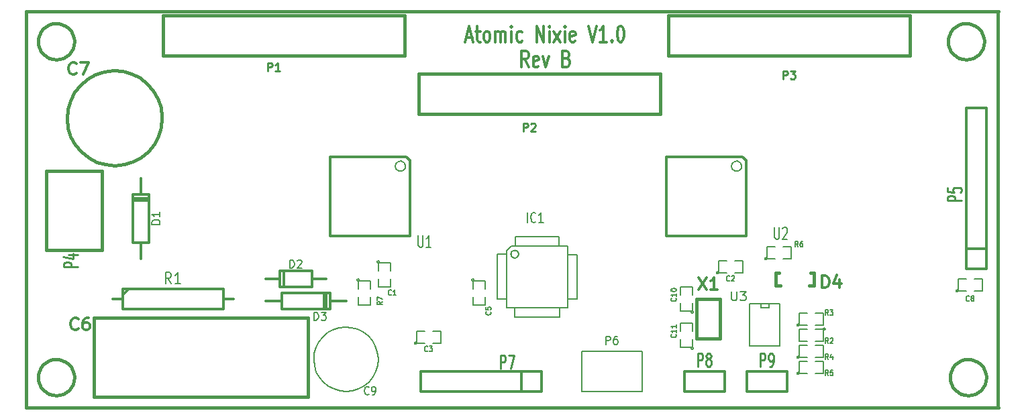
<source format=gto>
G04 (created by PCBNEW-RS274X (2011-04-29 BZR 2986)-stable) date 8/30/2011 9:17:05 PM*
G01*
G70*
G90*
%MOIN*%
G04 Gerber Fmt 3.4, Leading zero omitted, Abs format*
%FSLAX34Y34*%
G04 APERTURE LIST*
%ADD10C,0.006000*%
%ADD11C,0.015000*%
%ADD12C,0.012000*%
%ADD13C,0.005000*%
%ADD14C,0.012500*%
%ADD15C,0.008000*%
%ADD16C,0.010000*%
%ADD17C,0.010700*%
G04 APERTURE END LIST*
G54D10*
G54D11*
X64600Y-25600D02*
X16300Y-25600D01*
X16300Y-05900D02*
X16300Y-06100D01*
X64600Y-05900D02*
X16300Y-05900D01*
G54D12*
X38186Y-07195D02*
X38472Y-07195D01*
X38129Y-07424D02*
X38329Y-06624D01*
X38529Y-07424D01*
X38643Y-06890D02*
X38872Y-06890D01*
X38729Y-06624D02*
X38729Y-07310D01*
X38757Y-07386D01*
X38815Y-07424D01*
X38872Y-07424D01*
X39158Y-07424D02*
X39100Y-07386D01*
X39072Y-07348D01*
X39043Y-07271D01*
X39043Y-07043D01*
X39072Y-06967D01*
X39100Y-06929D01*
X39158Y-06890D01*
X39243Y-06890D01*
X39300Y-06929D01*
X39329Y-06967D01*
X39358Y-07043D01*
X39358Y-07271D01*
X39329Y-07348D01*
X39300Y-07386D01*
X39243Y-07424D01*
X39158Y-07424D01*
X39615Y-07424D02*
X39615Y-06890D01*
X39615Y-06967D02*
X39643Y-06929D01*
X39701Y-06890D01*
X39786Y-06890D01*
X39843Y-06929D01*
X39872Y-07005D01*
X39872Y-07424D01*
X39872Y-07005D02*
X39901Y-06929D01*
X39958Y-06890D01*
X40043Y-06890D01*
X40101Y-06929D01*
X40129Y-07005D01*
X40129Y-07424D01*
X40415Y-07424D02*
X40415Y-06890D01*
X40415Y-06624D02*
X40386Y-06662D01*
X40415Y-06700D01*
X40443Y-06662D01*
X40415Y-06624D01*
X40415Y-06700D01*
X40958Y-07386D02*
X40901Y-07424D01*
X40787Y-07424D01*
X40729Y-07386D01*
X40701Y-07348D01*
X40672Y-07271D01*
X40672Y-07043D01*
X40701Y-06967D01*
X40729Y-06929D01*
X40787Y-06890D01*
X40901Y-06890D01*
X40958Y-06929D01*
X41672Y-07424D02*
X41672Y-06624D01*
X42015Y-07424D01*
X42015Y-06624D01*
X42301Y-07424D02*
X42301Y-06890D01*
X42301Y-06624D02*
X42272Y-06662D01*
X42301Y-06700D01*
X42329Y-06662D01*
X42301Y-06624D01*
X42301Y-06700D01*
X42530Y-07424D02*
X42844Y-06890D01*
X42530Y-06890D02*
X42844Y-07424D01*
X43073Y-07424D02*
X43073Y-06890D01*
X43073Y-06624D02*
X43044Y-06662D01*
X43073Y-06700D01*
X43101Y-06662D01*
X43073Y-06624D01*
X43073Y-06700D01*
X43587Y-07386D02*
X43530Y-07424D01*
X43416Y-07424D01*
X43359Y-07386D01*
X43330Y-07310D01*
X43330Y-07005D01*
X43359Y-06929D01*
X43416Y-06890D01*
X43530Y-06890D01*
X43587Y-06929D01*
X43616Y-07005D01*
X43616Y-07081D01*
X43330Y-07157D01*
X44244Y-06624D02*
X44444Y-07424D01*
X44644Y-06624D01*
X45158Y-07424D02*
X44815Y-07424D01*
X44987Y-07424D02*
X44987Y-06624D01*
X44930Y-06738D01*
X44872Y-06814D01*
X44815Y-06852D01*
X45415Y-07348D02*
X45443Y-07386D01*
X45415Y-07424D01*
X45386Y-07386D01*
X45415Y-07348D01*
X45415Y-07424D01*
X45815Y-06624D02*
X45872Y-06624D01*
X45929Y-06662D01*
X45958Y-06700D01*
X45987Y-06776D01*
X46015Y-06929D01*
X46015Y-07119D01*
X45987Y-07271D01*
X45958Y-07348D01*
X45929Y-07386D01*
X45872Y-07424D01*
X45815Y-07424D01*
X45758Y-07386D01*
X45729Y-07348D01*
X45701Y-07271D01*
X45672Y-07119D01*
X45672Y-06929D01*
X45701Y-06776D01*
X45729Y-06700D01*
X45758Y-06662D01*
X45815Y-06624D01*
X41272Y-08664D02*
X41072Y-08283D01*
X40929Y-08664D02*
X40929Y-07864D01*
X41157Y-07864D01*
X41215Y-07902D01*
X41243Y-07940D01*
X41272Y-08016D01*
X41272Y-08130D01*
X41243Y-08207D01*
X41215Y-08245D01*
X41157Y-08283D01*
X40929Y-08283D01*
X41757Y-08626D02*
X41700Y-08664D01*
X41586Y-08664D01*
X41529Y-08626D01*
X41500Y-08550D01*
X41500Y-08245D01*
X41529Y-08169D01*
X41586Y-08130D01*
X41700Y-08130D01*
X41757Y-08169D01*
X41786Y-08245D01*
X41786Y-08321D01*
X41500Y-08397D01*
X41986Y-08130D02*
X42129Y-08664D01*
X42271Y-08130D01*
X43157Y-08245D02*
X43243Y-08283D01*
X43271Y-08321D01*
X43300Y-08397D01*
X43300Y-08511D01*
X43271Y-08588D01*
X43243Y-08626D01*
X43185Y-08664D01*
X42957Y-08664D01*
X42957Y-07864D01*
X43157Y-07864D01*
X43214Y-07902D01*
X43243Y-07940D01*
X43271Y-08016D01*
X43271Y-08092D01*
X43243Y-08169D01*
X43214Y-08207D01*
X43157Y-08245D01*
X42957Y-08245D01*
G54D11*
X64567Y-25591D02*
X64567Y-05906D01*
X16312Y-05906D02*
X16312Y-25591D01*
G54D13*
X62600Y-19800D02*
X62599Y-19809D01*
X62596Y-19819D01*
X62591Y-19827D01*
X62585Y-19835D01*
X62577Y-19841D01*
X62569Y-19846D01*
X62560Y-19848D01*
X62550Y-19849D01*
X62541Y-19849D01*
X62532Y-19846D01*
X62523Y-19841D01*
X62516Y-19835D01*
X62509Y-19828D01*
X62505Y-19819D01*
X62502Y-19810D01*
X62501Y-19800D01*
X62501Y-19791D01*
X62504Y-19782D01*
X62508Y-19773D01*
X62515Y-19766D01*
X62522Y-19759D01*
X62530Y-19755D01*
X62540Y-19752D01*
X62549Y-19751D01*
X62558Y-19751D01*
X62568Y-19754D01*
X62576Y-19758D01*
X62584Y-19764D01*
X62590Y-19772D01*
X62595Y-19780D01*
X62598Y-19789D01*
X62599Y-19799D01*
X62600Y-19800D01*
X63000Y-19800D02*
X62600Y-19800D01*
X62600Y-19800D02*
X62600Y-19200D01*
X62600Y-19200D02*
X63000Y-19200D01*
X63400Y-19200D02*
X63800Y-19200D01*
X63800Y-19200D02*
X63800Y-19800D01*
X63800Y-19800D02*
X63400Y-19800D01*
G54D14*
X22000Y-17700D02*
X22000Y-18200D01*
X22000Y-14700D02*
X22000Y-14200D01*
X22000Y-14700D02*
X22000Y-15000D01*
G54D12*
X22000Y-15000D02*
X21600Y-15000D01*
X21600Y-15000D02*
X21600Y-17400D01*
X21600Y-17400D02*
X22000Y-17400D01*
X22000Y-17400D02*
X22000Y-17700D01*
X22000Y-17400D02*
X22400Y-17400D01*
X22400Y-17400D02*
X22400Y-15000D01*
X22400Y-15000D02*
X22000Y-15000D01*
X21600Y-15200D02*
X22400Y-15200D01*
X22400Y-15300D02*
X21600Y-15300D01*
G54D14*
X28900Y-19200D02*
X28200Y-19200D01*
X30500Y-19200D02*
X31200Y-19200D01*
X29100Y-19600D02*
X29100Y-18800D01*
X30500Y-19600D02*
X30500Y-18800D01*
X30500Y-18800D02*
X28900Y-18800D01*
X28900Y-18800D02*
X28900Y-19600D01*
X28900Y-19600D02*
X30500Y-19600D01*
G54D10*
X43680Y-20190D02*
X43230Y-20190D01*
X43680Y-18010D02*
X43240Y-18010D01*
X43680Y-20190D02*
X43680Y-18010D01*
X42800Y-20660D02*
X42800Y-21090D01*
X40590Y-20670D02*
X40590Y-21090D01*
X40580Y-21090D02*
X42800Y-21100D01*
X40600Y-17120D02*
X42770Y-17110D01*
X40170Y-17810D02*
X40170Y-20640D01*
X42780Y-17120D02*
X42780Y-17530D01*
X40420Y-17570D02*
X43200Y-17570D01*
X43220Y-20650D02*
X43220Y-17610D01*
X40170Y-20650D02*
X43170Y-20650D01*
X39720Y-17980D02*
X39720Y-20200D01*
X39720Y-20200D02*
X40170Y-20200D01*
X40174Y-17800D02*
X40404Y-17570D01*
X39722Y-17980D02*
X40174Y-17980D01*
X40600Y-17570D02*
X40600Y-17118D01*
X40770Y-17974D02*
X40766Y-18010D01*
X40755Y-18045D01*
X40738Y-18078D01*
X40715Y-18106D01*
X40687Y-18129D01*
X40654Y-18147D01*
X40619Y-18158D01*
X40583Y-18161D01*
X40547Y-18158D01*
X40512Y-18148D01*
X40480Y-18131D01*
X40451Y-18108D01*
X40427Y-18080D01*
X40410Y-18048D01*
X40399Y-18013D01*
X40395Y-17976D01*
X40398Y-17941D01*
X40408Y-17905D01*
X40424Y-17873D01*
X40447Y-17844D01*
X40475Y-17820D01*
X40507Y-17802D01*
X40542Y-17791D01*
X40579Y-17787D01*
X40614Y-17789D01*
X40649Y-17799D01*
X40682Y-17816D01*
X40711Y-17838D01*
X40735Y-17866D01*
X40753Y-17898D01*
X40765Y-17933D01*
X40769Y-17969D01*
X40770Y-17974D01*
G54D13*
X32850Y-19250D02*
X32849Y-19259D01*
X32846Y-19269D01*
X32841Y-19277D01*
X32835Y-19285D01*
X32827Y-19291D01*
X32819Y-19296D01*
X32810Y-19298D01*
X32800Y-19299D01*
X32791Y-19299D01*
X32782Y-19296D01*
X32773Y-19291D01*
X32766Y-19285D01*
X32759Y-19278D01*
X32755Y-19269D01*
X32752Y-19260D01*
X32751Y-19250D01*
X32751Y-19241D01*
X32754Y-19232D01*
X32758Y-19223D01*
X32765Y-19216D01*
X32772Y-19209D01*
X32780Y-19205D01*
X32790Y-19202D01*
X32799Y-19201D01*
X32808Y-19201D01*
X32818Y-19204D01*
X32826Y-19208D01*
X32834Y-19214D01*
X32840Y-19222D01*
X32845Y-19230D01*
X32848Y-19239D01*
X32849Y-19249D01*
X32850Y-19250D01*
X32800Y-19700D02*
X32800Y-19300D01*
X32800Y-19300D02*
X33400Y-19300D01*
X33400Y-19300D02*
X33400Y-19700D01*
X33400Y-20100D02*
X33400Y-20500D01*
X33400Y-20500D02*
X32800Y-20500D01*
X32800Y-20500D02*
X32800Y-20100D01*
X33850Y-18350D02*
X33849Y-18359D01*
X33846Y-18369D01*
X33841Y-18377D01*
X33835Y-18385D01*
X33827Y-18391D01*
X33819Y-18396D01*
X33810Y-18398D01*
X33800Y-18399D01*
X33791Y-18399D01*
X33782Y-18396D01*
X33773Y-18391D01*
X33766Y-18385D01*
X33759Y-18378D01*
X33755Y-18369D01*
X33752Y-18360D01*
X33751Y-18350D01*
X33751Y-18341D01*
X33754Y-18332D01*
X33758Y-18323D01*
X33765Y-18316D01*
X33772Y-18309D01*
X33780Y-18305D01*
X33790Y-18302D01*
X33799Y-18301D01*
X33808Y-18301D01*
X33818Y-18304D01*
X33826Y-18308D01*
X33834Y-18314D01*
X33840Y-18322D01*
X33845Y-18330D01*
X33848Y-18339D01*
X33849Y-18349D01*
X33850Y-18350D01*
X33800Y-18800D02*
X33800Y-18400D01*
X33800Y-18400D02*
X34400Y-18400D01*
X34400Y-18400D02*
X34400Y-18800D01*
X34400Y-19200D02*
X34400Y-19600D01*
X34400Y-19600D02*
X33800Y-19600D01*
X33800Y-19600D02*
X33800Y-19200D01*
X50700Y-18900D02*
X50699Y-18909D01*
X50696Y-18919D01*
X50691Y-18927D01*
X50685Y-18935D01*
X50677Y-18941D01*
X50669Y-18946D01*
X50660Y-18948D01*
X50650Y-18949D01*
X50641Y-18949D01*
X50632Y-18946D01*
X50623Y-18941D01*
X50616Y-18935D01*
X50609Y-18928D01*
X50605Y-18919D01*
X50602Y-18910D01*
X50601Y-18900D01*
X50601Y-18891D01*
X50604Y-18882D01*
X50608Y-18873D01*
X50615Y-18866D01*
X50622Y-18859D01*
X50630Y-18855D01*
X50640Y-18852D01*
X50649Y-18851D01*
X50658Y-18851D01*
X50668Y-18854D01*
X50676Y-18858D01*
X50684Y-18864D01*
X50690Y-18872D01*
X50695Y-18880D01*
X50698Y-18889D01*
X50699Y-18899D01*
X50700Y-18900D01*
X51100Y-18900D02*
X50700Y-18900D01*
X50700Y-18900D02*
X50700Y-18300D01*
X50700Y-18300D02*
X51100Y-18300D01*
X51500Y-18300D02*
X51900Y-18300D01*
X51900Y-18300D02*
X51900Y-18900D01*
X51900Y-18900D02*
X51500Y-18900D01*
X52300Y-20450D02*
X52250Y-20450D01*
X52250Y-20450D02*
X52250Y-22550D01*
X53750Y-22550D02*
X53750Y-20450D01*
X53750Y-20450D02*
X52300Y-20450D01*
X53200Y-20450D02*
X53200Y-20650D01*
X53200Y-20650D02*
X52800Y-20650D01*
X52800Y-20650D02*
X52800Y-20450D01*
X53750Y-22550D02*
X52250Y-22550D01*
G54D11*
X23100Y-06100D02*
X23100Y-08100D01*
X23100Y-08100D02*
X35100Y-08100D01*
X35100Y-08100D02*
X35100Y-06100D01*
X35100Y-06100D02*
X23100Y-06100D01*
X35800Y-09000D02*
X35800Y-11000D01*
X35800Y-11000D02*
X47800Y-11000D01*
X47800Y-11000D02*
X47800Y-09000D01*
X47800Y-09000D02*
X35800Y-09000D01*
X48200Y-06100D02*
X48200Y-08100D01*
X48200Y-08100D02*
X60200Y-08100D01*
X60200Y-08100D02*
X60200Y-06100D01*
X60200Y-06100D02*
X48200Y-06100D01*
X49609Y-22184D02*
X50791Y-22184D01*
X50791Y-22184D02*
X50791Y-20216D01*
X50791Y-20216D02*
X49609Y-20216D01*
X49609Y-20216D02*
X49609Y-22184D01*
X20078Y-13831D02*
X20078Y-17769D01*
X20078Y-17769D02*
X17322Y-17769D01*
X17322Y-17769D02*
X17322Y-13831D01*
X17322Y-13831D02*
X20078Y-13831D01*
G54D13*
X49450Y-20850D02*
X49449Y-20859D01*
X49446Y-20869D01*
X49441Y-20877D01*
X49435Y-20885D01*
X49427Y-20891D01*
X49419Y-20896D01*
X49410Y-20898D01*
X49400Y-20899D01*
X49391Y-20899D01*
X49382Y-20896D01*
X49373Y-20891D01*
X49366Y-20885D01*
X49359Y-20878D01*
X49355Y-20869D01*
X49352Y-20860D01*
X49351Y-20850D01*
X49351Y-20841D01*
X49354Y-20832D01*
X49358Y-20823D01*
X49365Y-20816D01*
X49372Y-20809D01*
X49380Y-20805D01*
X49390Y-20802D01*
X49399Y-20801D01*
X49408Y-20801D01*
X49418Y-20804D01*
X49426Y-20808D01*
X49434Y-20814D01*
X49440Y-20822D01*
X49445Y-20830D01*
X49448Y-20839D01*
X49449Y-20849D01*
X49450Y-20850D01*
X49400Y-20400D02*
X49400Y-20800D01*
X49400Y-20800D02*
X48800Y-20800D01*
X48800Y-20800D02*
X48800Y-20400D01*
X48800Y-20000D02*
X48800Y-19600D01*
X48800Y-19600D02*
X49400Y-19600D01*
X49400Y-19600D02*
X49400Y-20000D01*
X49450Y-22650D02*
X49449Y-22659D01*
X49446Y-22669D01*
X49441Y-22677D01*
X49435Y-22685D01*
X49427Y-22691D01*
X49419Y-22696D01*
X49410Y-22698D01*
X49400Y-22699D01*
X49391Y-22699D01*
X49382Y-22696D01*
X49373Y-22691D01*
X49366Y-22685D01*
X49359Y-22678D01*
X49355Y-22669D01*
X49352Y-22660D01*
X49351Y-22650D01*
X49351Y-22641D01*
X49354Y-22632D01*
X49358Y-22623D01*
X49365Y-22616D01*
X49372Y-22609D01*
X49380Y-22605D01*
X49390Y-22602D01*
X49399Y-22601D01*
X49408Y-22601D01*
X49418Y-22604D01*
X49426Y-22608D01*
X49434Y-22614D01*
X49440Y-22622D01*
X49445Y-22630D01*
X49448Y-22639D01*
X49449Y-22649D01*
X49450Y-22650D01*
X49400Y-22200D02*
X49400Y-22600D01*
X49400Y-22600D02*
X48800Y-22600D01*
X48800Y-22600D02*
X48800Y-22200D01*
X48800Y-21800D02*
X48800Y-21400D01*
X48800Y-21400D02*
X49400Y-21400D01*
X49400Y-21400D02*
X49400Y-21800D01*
X56000Y-21700D02*
X55999Y-21709D01*
X55996Y-21719D01*
X55991Y-21727D01*
X55985Y-21735D01*
X55977Y-21741D01*
X55969Y-21746D01*
X55960Y-21748D01*
X55950Y-21749D01*
X55941Y-21749D01*
X55932Y-21746D01*
X55923Y-21741D01*
X55916Y-21735D01*
X55909Y-21728D01*
X55905Y-21719D01*
X55902Y-21710D01*
X55901Y-21700D01*
X55901Y-21691D01*
X55904Y-21682D01*
X55908Y-21673D01*
X55915Y-21666D01*
X55922Y-21659D01*
X55930Y-21655D01*
X55940Y-21652D01*
X55949Y-21651D01*
X55958Y-21651D01*
X55968Y-21654D01*
X55976Y-21658D01*
X55984Y-21664D01*
X55990Y-21672D01*
X55995Y-21680D01*
X55998Y-21689D01*
X55999Y-21699D01*
X56000Y-21700D01*
X55500Y-21700D02*
X55900Y-21700D01*
X55900Y-21700D02*
X55900Y-22300D01*
X55900Y-22300D02*
X55500Y-22300D01*
X55100Y-22300D02*
X54700Y-22300D01*
X54700Y-22300D02*
X54700Y-21700D01*
X54700Y-21700D02*
X55100Y-21700D01*
X54700Y-21500D02*
X54699Y-21509D01*
X54696Y-21519D01*
X54691Y-21527D01*
X54685Y-21535D01*
X54677Y-21541D01*
X54669Y-21546D01*
X54660Y-21548D01*
X54650Y-21549D01*
X54641Y-21549D01*
X54632Y-21546D01*
X54623Y-21541D01*
X54616Y-21535D01*
X54609Y-21528D01*
X54605Y-21519D01*
X54602Y-21510D01*
X54601Y-21500D01*
X54601Y-21491D01*
X54604Y-21482D01*
X54608Y-21473D01*
X54615Y-21466D01*
X54622Y-21459D01*
X54630Y-21455D01*
X54640Y-21452D01*
X54649Y-21451D01*
X54658Y-21451D01*
X54668Y-21454D01*
X54676Y-21458D01*
X54684Y-21464D01*
X54690Y-21472D01*
X54695Y-21480D01*
X54698Y-21489D01*
X54699Y-21499D01*
X54700Y-21500D01*
X55100Y-21500D02*
X54700Y-21500D01*
X54700Y-21500D02*
X54700Y-20900D01*
X54700Y-20900D02*
X55100Y-20900D01*
X55500Y-20900D02*
X55900Y-20900D01*
X55900Y-20900D02*
X55900Y-21500D01*
X55900Y-21500D02*
X55500Y-21500D01*
X54700Y-23100D02*
X54699Y-23109D01*
X54696Y-23119D01*
X54691Y-23127D01*
X54685Y-23135D01*
X54677Y-23141D01*
X54669Y-23146D01*
X54660Y-23148D01*
X54650Y-23149D01*
X54641Y-23149D01*
X54632Y-23146D01*
X54623Y-23141D01*
X54616Y-23135D01*
X54609Y-23128D01*
X54605Y-23119D01*
X54602Y-23110D01*
X54601Y-23100D01*
X54601Y-23091D01*
X54604Y-23082D01*
X54608Y-23073D01*
X54615Y-23066D01*
X54622Y-23059D01*
X54630Y-23055D01*
X54640Y-23052D01*
X54649Y-23051D01*
X54658Y-23051D01*
X54668Y-23054D01*
X54676Y-23058D01*
X54684Y-23064D01*
X54690Y-23072D01*
X54695Y-23080D01*
X54698Y-23089D01*
X54699Y-23099D01*
X54700Y-23100D01*
X55100Y-23100D02*
X54700Y-23100D01*
X54700Y-23100D02*
X54700Y-22500D01*
X54700Y-22500D02*
X55100Y-22500D01*
X55500Y-22500D02*
X55900Y-22500D01*
X55900Y-22500D02*
X55900Y-23100D01*
X55900Y-23100D02*
X55500Y-23100D01*
X54700Y-23900D02*
X54699Y-23909D01*
X54696Y-23919D01*
X54691Y-23927D01*
X54685Y-23935D01*
X54677Y-23941D01*
X54669Y-23946D01*
X54660Y-23948D01*
X54650Y-23949D01*
X54641Y-23949D01*
X54632Y-23946D01*
X54623Y-23941D01*
X54616Y-23935D01*
X54609Y-23928D01*
X54605Y-23919D01*
X54602Y-23910D01*
X54601Y-23900D01*
X54601Y-23891D01*
X54604Y-23882D01*
X54608Y-23873D01*
X54615Y-23866D01*
X54622Y-23859D01*
X54630Y-23855D01*
X54640Y-23852D01*
X54649Y-23851D01*
X54658Y-23851D01*
X54668Y-23854D01*
X54676Y-23858D01*
X54684Y-23864D01*
X54690Y-23872D01*
X54695Y-23880D01*
X54698Y-23889D01*
X54699Y-23899D01*
X54700Y-23900D01*
X55100Y-23900D02*
X54700Y-23900D01*
X54700Y-23900D02*
X54700Y-23300D01*
X54700Y-23300D02*
X55100Y-23300D01*
X55500Y-23300D02*
X55900Y-23300D01*
X55900Y-23300D02*
X55900Y-23900D01*
X55900Y-23900D02*
X55500Y-23900D01*
X53100Y-18200D02*
X53099Y-18209D01*
X53096Y-18219D01*
X53091Y-18227D01*
X53085Y-18235D01*
X53077Y-18241D01*
X53069Y-18246D01*
X53060Y-18248D01*
X53050Y-18249D01*
X53041Y-18249D01*
X53032Y-18246D01*
X53023Y-18241D01*
X53016Y-18235D01*
X53009Y-18228D01*
X53005Y-18219D01*
X53002Y-18210D01*
X53001Y-18200D01*
X53001Y-18191D01*
X53004Y-18182D01*
X53008Y-18173D01*
X53015Y-18166D01*
X53022Y-18159D01*
X53030Y-18155D01*
X53040Y-18152D01*
X53049Y-18151D01*
X53058Y-18151D01*
X53068Y-18154D01*
X53076Y-18158D01*
X53084Y-18164D01*
X53090Y-18172D01*
X53095Y-18180D01*
X53098Y-18189D01*
X53099Y-18199D01*
X53100Y-18200D01*
X53500Y-18200D02*
X53100Y-18200D01*
X53100Y-18200D02*
X53100Y-17600D01*
X53100Y-17600D02*
X53500Y-17600D01*
X53900Y-17600D02*
X54300Y-17600D01*
X54300Y-17600D02*
X54300Y-18200D01*
X54300Y-18200D02*
X53900Y-18200D01*
G54D12*
X63000Y-18700D02*
X63000Y-10700D01*
X63000Y-10700D02*
X64000Y-10700D01*
X64000Y-10700D02*
X64000Y-18700D01*
X64000Y-18700D02*
X63000Y-18700D01*
X64000Y-17700D02*
X63000Y-17700D01*
X21100Y-19700D02*
X26100Y-19700D01*
X26100Y-19700D02*
X26100Y-20700D01*
X26100Y-20700D02*
X21100Y-20700D01*
X26100Y-20200D02*
X26600Y-20200D01*
X20600Y-20200D02*
X21100Y-20200D01*
X21100Y-20000D02*
X21400Y-19700D01*
X21100Y-19700D02*
X21100Y-20700D01*
G54D15*
X46900Y-24800D02*
X43900Y-24800D01*
X43900Y-22800D02*
X46900Y-22800D01*
X46900Y-22800D02*
X46900Y-24800D01*
X43900Y-24800D02*
X43900Y-22800D01*
G54D13*
X35700Y-22400D02*
X35699Y-22409D01*
X35696Y-22419D01*
X35691Y-22427D01*
X35685Y-22435D01*
X35677Y-22441D01*
X35669Y-22446D01*
X35660Y-22448D01*
X35650Y-22449D01*
X35641Y-22449D01*
X35632Y-22446D01*
X35623Y-22441D01*
X35616Y-22435D01*
X35609Y-22428D01*
X35605Y-22419D01*
X35602Y-22410D01*
X35601Y-22400D01*
X35601Y-22391D01*
X35604Y-22382D01*
X35608Y-22373D01*
X35615Y-22366D01*
X35622Y-22359D01*
X35630Y-22355D01*
X35640Y-22352D01*
X35649Y-22351D01*
X35658Y-22351D01*
X35668Y-22354D01*
X35676Y-22358D01*
X35684Y-22364D01*
X35690Y-22372D01*
X35695Y-22380D01*
X35698Y-22389D01*
X35699Y-22399D01*
X35700Y-22400D01*
X36100Y-22400D02*
X35700Y-22400D01*
X35700Y-22400D02*
X35700Y-21800D01*
X35700Y-21800D02*
X36100Y-21800D01*
X36500Y-21800D02*
X36900Y-21800D01*
X36900Y-21800D02*
X36900Y-22400D01*
X36900Y-22400D02*
X36500Y-22400D01*
G54D11*
X30315Y-25069D02*
X19685Y-25069D01*
X19685Y-25069D02*
X19685Y-21131D01*
X19685Y-21131D02*
X30315Y-21131D01*
X30315Y-21131D02*
X30315Y-25069D01*
X23062Y-11200D02*
X23017Y-11658D01*
X22883Y-12100D01*
X22667Y-12507D01*
X22376Y-12864D01*
X22020Y-13158D01*
X21615Y-13377D01*
X21174Y-13513D01*
X20716Y-13561D01*
X20258Y-13520D01*
X19816Y-13390D01*
X19407Y-13176D01*
X19048Y-12887D01*
X18752Y-12534D01*
X18530Y-12130D01*
X18390Y-11691D01*
X18339Y-11232D01*
X18377Y-10774D01*
X18504Y-10331D01*
X18715Y-09921D01*
X19001Y-09560D01*
X19352Y-09261D01*
X19755Y-09036D01*
X20193Y-08894D01*
X20651Y-08839D01*
X21110Y-08874D01*
X21554Y-08998D01*
X21965Y-09206D01*
X22328Y-09490D01*
X22630Y-09839D01*
X22857Y-10240D01*
X23003Y-10677D01*
X23061Y-11135D01*
X23062Y-11200D01*
G54D15*
X33800Y-23200D02*
X33769Y-23510D01*
X33679Y-23809D01*
X33532Y-24085D01*
X33335Y-24327D01*
X33094Y-24526D01*
X32820Y-24674D01*
X32521Y-24767D01*
X32211Y-24799D01*
X31901Y-24771D01*
X31601Y-24683D01*
X31324Y-24538D01*
X31081Y-24343D01*
X30880Y-24103D01*
X30730Y-23830D01*
X30635Y-23532D01*
X30601Y-23222D01*
X30627Y-22912D01*
X30713Y-22612D01*
X30856Y-22334D01*
X31050Y-22089D01*
X31287Y-21887D01*
X31560Y-21734D01*
X31857Y-21638D01*
X32167Y-21601D01*
X32477Y-21625D01*
X32778Y-21709D01*
X33057Y-21850D01*
X33303Y-22042D01*
X33507Y-22278D01*
X33661Y-22550D01*
X33760Y-22846D01*
X33799Y-23156D01*
X33800Y-23200D01*
G54D14*
X28700Y-20300D02*
X28200Y-20300D01*
X31700Y-20300D02*
X32200Y-20300D01*
X31700Y-20300D02*
X31400Y-20300D01*
G54D12*
X31400Y-20300D02*
X31400Y-19900D01*
X31400Y-19900D02*
X29000Y-19900D01*
X29000Y-19900D02*
X29000Y-20300D01*
X29000Y-20300D02*
X28700Y-20300D01*
X29000Y-20300D02*
X29000Y-20700D01*
X29000Y-20700D02*
X31400Y-20700D01*
X31400Y-20700D02*
X31400Y-20300D01*
X31200Y-19900D02*
X31200Y-20700D01*
X31100Y-20700D02*
X31100Y-19900D01*
G54D11*
X53791Y-19536D02*
X53555Y-19536D01*
X53555Y-19536D02*
X53555Y-18906D01*
X53555Y-18906D02*
X53713Y-18906D01*
X55287Y-18906D02*
X55445Y-18906D01*
X55445Y-18906D02*
X55445Y-19536D01*
X55445Y-19536D02*
X55209Y-19536D01*
G54D12*
X41900Y-23800D02*
X41900Y-24800D01*
X41900Y-24800D02*
X35900Y-24800D01*
X35900Y-24800D02*
X35900Y-23800D01*
X35900Y-23800D02*
X41900Y-23800D01*
X40900Y-23800D02*
X40900Y-24800D01*
X49000Y-24800D02*
X49000Y-23800D01*
X49000Y-23800D02*
X51000Y-23800D01*
X51000Y-23800D02*
X51000Y-24800D01*
X51000Y-24800D02*
X49000Y-24800D01*
X52100Y-24800D02*
X52100Y-23800D01*
X52100Y-23800D02*
X54100Y-23800D01*
X54100Y-23800D02*
X54100Y-24800D01*
X54100Y-24800D02*
X52100Y-24800D01*
G54D13*
X38550Y-19250D02*
X38549Y-19259D01*
X38546Y-19269D01*
X38541Y-19277D01*
X38535Y-19285D01*
X38527Y-19291D01*
X38519Y-19296D01*
X38510Y-19298D01*
X38500Y-19299D01*
X38491Y-19299D01*
X38482Y-19296D01*
X38473Y-19291D01*
X38466Y-19285D01*
X38459Y-19278D01*
X38455Y-19269D01*
X38452Y-19260D01*
X38451Y-19250D01*
X38451Y-19241D01*
X38454Y-19232D01*
X38458Y-19223D01*
X38465Y-19216D01*
X38472Y-19209D01*
X38480Y-19205D01*
X38490Y-19202D01*
X38499Y-19201D01*
X38508Y-19201D01*
X38518Y-19204D01*
X38526Y-19208D01*
X38534Y-19214D01*
X38540Y-19222D01*
X38545Y-19230D01*
X38548Y-19239D01*
X38549Y-19249D01*
X38550Y-19250D01*
X38500Y-19700D02*
X38500Y-19300D01*
X38500Y-19300D02*
X39100Y-19300D01*
X39100Y-19300D02*
X39100Y-19700D01*
X39100Y-20100D02*
X39100Y-20500D01*
X39100Y-20500D02*
X38500Y-20500D01*
X38500Y-20500D02*
X38500Y-20100D01*
G54D12*
X35370Y-17070D02*
X31430Y-17070D01*
X31430Y-17070D02*
X31430Y-13130D01*
X35180Y-13130D02*
X31430Y-13130D01*
X35370Y-13320D02*
X35370Y-17070D01*
X35180Y-13130D02*
X35370Y-13320D01*
G54D15*
X35150Y-13600D02*
X35145Y-13648D01*
X35131Y-13695D01*
X35108Y-13738D01*
X35077Y-13776D01*
X35039Y-13807D01*
X34996Y-13830D01*
X34950Y-13844D01*
X34901Y-13849D01*
X34854Y-13845D01*
X34807Y-13831D01*
X34764Y-13809D01*
X34726Y-13778D01*
X34694Y-13741D01*
X34671Y-13698D01*
X34656Y-13651D01*
X34651Y-13603D01*
X34655Y-13555D01*
X34668Y-13508D01*
X34690Y-13465D01*
X34721Y-13427D01*
X34758Y-13395D01*
X34800Y-13371D01*
X34847Y-13356D01*
X34895Y-13351D01*
X34943Y-13354D01*
X34990Y-13367D01*
X35033Y-13389D01*
X35072Y-13419D01*
X35104Y-13456D01*
X35128Y-13499D01*
X35143Y-13545D01*
X35149Y-13594D01*
X35150Y-13600D01*
G54D12*
X52070Y-17070D02*
X48130Y-17070D01*
X48130Y-17070D02*
X48130Y-13130D01*
X51880Y-13130D02*
X48130Y-13130D01*
X52070Y-13320D02*
X52070Y-17070D01*
X51880Y-13130D02*
X52070Y-13320D01*
G54D15*
X51850Y-13600D02*
X51845Y-13648D01*
X51831Y-13695D01*
X51808Y-13738D01*
X51777Y-13776D01*
X51739Y-13807D01*
X51696Y-13830D01*
X51650Y-13844D01*
X51601Y-13849D01*
X51554Y-13845D01*
X51507Y-13831D01*
X51464Y-13809D01*
X51426Y-13778D01*
X51394Y-13741D01*
X51371Y-13698D01*
X51356Y-13651D01*
X51351Y-13603D01*
X51355Y-13555D01*
X51368Y-13508D01*
X51390Y-13465D01*
X51421Y-13427D01*
X51458Y-13395D01*
X51500Y-13371D01*
X51547Y-13356D01*
X51595Y-13351D01*
X51643Y-13354D01*
X51690Y-13367D01*
X51733Y-13389D01*
X51772Y-13419D01*
X51804Y-13456D01*
X51828Y-13499D01*
X51843Y-13545D01*
X51849Y-13594D01*
X51850Y-13600D01*
G54D11*
X18700Y-07400D02*
X18682Y-07574D01*
X18632Y-07742D01*
X18549Y-07898D01*
X18438Y-08034D01*
X18303Y-08146D01*
X18148Y-08229D01*
X17980Y-08281D01*
X17806Y-08299D01*
X17632Y-08284D01*
X17463Y-08234D01*
X17308Y-08153D01*
X17171Y-08043D01*
X17058Y-07908D01*
X16973Y-07754D01*
X16920Y-07587D01*
X16901Y-07412D01*
X16915Y-07238D01*
X16964Y-07069D01*
X17044Y-06913D01*
X17153Y-06775D01*
X17287Y-06661D01*
X17440Y-06576D01*
X17607Y-06521D01*
X17782Y-06501D01*
X17956Y-06514D01*
X18125Y-06561D01*
X18282Y-06641D01*
X18420Y-06749D01*
X18535Y-06882D01*
X18622Y-07034D01*
X18677Y-07201D01*
X18699Y-07375D01*
X18700Y-07400D01*
X18700Y-24100D02*
X18682Y-24274D01*
X18632Y-24442D01*
X18549Y-24598D01*
X18438Y-24734D01*
X18303Y-24846D01*
X18148Y-24929D01*
X17980Y-24981D01*
X17806Y-24999D01*
X17632Y-24984D01*
X17463Y-24934D01*
X17308Y-24853D01*
X17171Y-24743D01*
X17058Y-24608D01*
X16973Y-24454D01*
X16920Y-24287D01*
X16901Y-24112D01*
X16915Y-23938D01*
X16964Y-23769D01*
X17044Y-23613D01*
X17153Y-23475D01*
X17287Y-23361D01*
X17440Y-23276D01*
X17607Y-23221D01*
X17782Y-23201D01*
X17956Y-23214D01*
X18125Y-23261D01*
X18282Y-23341D01*
X18420Y-23449D01*
X18535Y-23582D01*
X18622Y-23734D01*
X18677Y-23901D01*
X18699Y-24075D01*
X18700Y-24100D01*
X63900Y-07400D02*
X63882Y-07574D01*
X63832Y-07742D01*
X63749Y-07898D01*
X63638Y-08034D01*
X63503Y-08146D01*
X63348Y-08229D01*
X63180Y-08281D01*
X63006Y-08299D01*
X62832Y-08284D01*
X62663Y-08234D01*
X62508Y-08153D01*
X62371Y-08043D01*
X62258Y-07908D01*
X62173Y-07754D01*
X62120Y-07587D01*
X62101Y-07412D01*
X62115Y-07238D01*
X62164Y-07069D01*
X62244Y-06913D01*
X62353Y-06775D01*
X62487Y-06661D01*
X62640Y-06576D01*
X62807Y-06521D01*
X62982Y-06501D01*
X63156Y-06514D01*
X63325Y-06561D01*
X63482Y-06641D01*
X63620Y-06749D01*
X63735Y-06882D01*
X63822Y-07034D01*
X63877Y-07201D01*
X63899Y-07375D01*
X63900Y-07400D01*
X64000Y-24100D02*
X63982Y-24274D01*
X63932Y-24442D01*
X63849Y-24598D01*
X63738Y-24734D01*
X63603Y-24846D01*
X63448Y-24929D01*
X63280Y-24981D01*
X63106Y-24999D01*
X62932Y-24984D01*
X62763Y-24934D01*
X62608Y-24853D01*
X62471Y-24743D01*
X62358Y-24608D01*
X62273Y-24454D01*
X62220Y-24287D01*
X62201Y-24112D01*
X62215Y-23938D01*
X62264Y-23769D01*
X62344Y-23613D01*
X62453Y-23475D01*
X62587Y-23361D01*
X62740Y-23276D01*
X62907Y-23221D01*
X63082Y-23201D01*
X63256Y-23214D01*
X63425Y-23261D01*
X63582Y-23341D01*
X63720Y-23449D01*
X63835Y-23582D01*
X63922Y-23734D01*
X63977Y-23901D01*
X63999Y-24075D01*
X64000Y-24100D01*
G54D13*
X63158Y-20277D02*
X63146Y-20289D01*
X63111Y-20301D01*
X63087Y-20301D01*
X63051Y-20289D01*
X63027Y-20265D01*
X63016Y-20242D01*
X63004Y-20194D01*
X63004Y-20158D01*
X63016Y-20111D01*
X63027Y-20087D01*
X63051Y-20063D01*
X63087Y-20051D01*
X63111Y-20051D01*
X63146Y-20063D01*
X63158Y-20075D01*
X63301Y-20158D02*
X63277Y-20146D01*
X63266Y-20135D01*
X63254Y-20111D01*
X63254Y-20099D01*
X63266Y-20075D01*
X63277Y-20063D01*
X63301Y-20051D01*
X63349Y-20051D01*
X63373Y-20063D01*
X63385Y-20075D01*
X63396Y-20099D01*
X63396Y-20111D01*
X63385Y-20135D01*
X63373Y-20146D01*
X63349Y-20158D01*
X63301Y-20158D01*
X63277Y-20170D01*
X63266Y-20182D01*
X63254Y-20206D01*
X63254Y-20254D01*
X63266Y-20277D01*
X63277Y-20289D01*
X63301Y-20301D01*
X63349Y-20301D01*
X63373Y-20289D01*
X63385Y-20277D01*
X63396Y-20254D01*
X63396Y-20206D01*
X63385Y-20182D01*
X63373Y-20170D01*
X63349Y-20158D01*
G54D15*
X22962Y-16495D02*
X22562Y-16495D01*
X22562Y-16400D01*
X22581Y-16342D01*
X22619Y-16304D01*
X22657Y-16285D01*
X22733Y-16266D01*
X22790Y-16266D01*
X22867Y-16285D01*
X22905Y-16304D01*
X22943Y-16342D01*
X22962Y-16400D01*
X22962Y-16495D01*
X22962Y-15885D02*
X22962Y-16114D01*
X22962Y-16000D02*
X22562Y-16000D01*
X22619Y-16038D01*
X22657Y-16076D01*
X22676Y-16114D01*
X29405Y-18662D02*
X29405Y-18262D01*
X29500Y-18262D01*
X29558Y-18281D01*
X29596Y-18319D01*
X29615Y-18357D01*
X29634Y-18433D01*
X29634Y-18490D01*
X29615Y-18567D01*
X29596Y-18605D01*
X29558Y-18643D01*
X29500Y-18662D01*
X29405Y-18662D01*
X29786Y-18300D02*
X29805Y-18281D01*
X29843Y-18262D01*
X29939Y-18262D01*
X29977Y-18281D01*
X29996Y-18300D01*
X30015Y-18338D01*
X30015Y-18376D01*
X29996Y-18433D01*
X29767Y-18662D01*
X30015Y-18662D01*
X41210Y-16402D02*
X41210Y-15902D01*
X41629Y-16355D02*
X41610Y-16379D01*
X41553Y-16402D01*
X41515Y-16402D01*
X41457Y-16379D01*
X41419Y-16331D01*
X41400Y-16283D01*
X41381Y-16188D01*
X41381Y-16117D01*
X41400Y-16021D01*
X41419Y-15974D01*
X41457Y-15926D01*
X41515Y-15902D01*
X41553Y-15902D01*
X41610Y-15926D01*
X41629Y-15950D01*
X42010Y-16402D02*
X41781Y-16402D01*
X41895Y-16402D02*
X41895Y-15902D01*
X41857Y-15974D01*
X41819Y-16021D01*
X41781Y-16045D01*
G54D13*
X34001Y-20342D02*
X33882Y-20425D01*
X34001Y-20484D02*
X33751Y-20484D01*
X33751Y-20389D01*
X33763Y-20365D01*
X33775Y-20354D01*
X33799Y-20342D01*
X33835Y-20342D01*
X33858Y-20354D01*
X33870Y-20365D01*
X33882Y-20389D01*
X33882Y-20484D01*
X33751Y-20258D02*
X33751Y-20092D01*
X34001Y-20199D01*
X34458Y-19977D02*
X34446Y-19989D01*
X34411Y-20001D01*
X34387Y-20001D01*
X34351Y-19989D01*
X34327Y-19965D01*
X34316Y-19942D01*
X34304Y-19894D01*
X34304Y-19858D01*
X34316Y-19811D01*
X34327Y-19787D01*
X34351Y-19763D01*
X34387Y-19751D01*
X34411Y-19751D01*
X34446Y-19763D01*
X34458Y-19775D01*
X34696Y-20001D02*
X34554Y-20001D01*
X34625Y-20001D02*
X34625Y-19751D01*
X34601Y-19787D01*
X34577Y-19811D01*
X34554Y-19823D01*
X51258Y-19277D02*
X51246Y-19289D01*
X51211Y-19301D01*
X51187Y-19301D01*
X51151Y-19289D01*
X51127Y-19265D01*
X51116Y-19242D01*
X51104Y-19194D01*
X51104Y-19158D01*
X51116Y-19111D01*
X51127Y-19087D01*
X51151Y-19063D01*
X51187Y-19051D01*
X51211Y-19051D01*
X51246Y-19063D01*
X51258Y-19075D01*
X51354Y-19075D02*
X51366Y-19063D01*
X51389Y-19051D01*
X51449Y-19051D01*
X51473Y-19063D01*
X51485Y-19075D01*
X51496Y-19099D01*
X51496Y-19123D01*
X51485Y-19158D01*
X51342Y-19301D01*
X51496Y-19301D01*
G54D10*
X51357Y-19832D02*
X51357Y-20196D01*
X51379Y-20239D01*
X51400Y-20261D01*
X51443Y-20282D01*
X51529Y-20282D01*
X51571Y-20261D01*
X51593Y-20239D01*
X51614Y-20196D01*
X51614Y-19832D01*
X51785Y-19832D02*
X52064Y-19832D01*
X51914Y-20004D01*
X51978Y-20004D01*
X52021Y-20025D01*
X52042Y-20046D01*
X52064Y-20089D01*
X52064Y-20196D01*
X52042Y-20239D01*
X52021Y-20261D01*
X51978Y-20282D01*
X51850Y-20282D01*
X51807Y-20261D01*
X51785Y-20239D01*
G54D16*
X28305Y-08862D02*
X28305Y-08462D01*
X28458Y-08462D01*
X28496Y-08481D01*
X28515Y-08500D01*
X28534Y-08538D01*
X28534Y-08595D01*
X28515Y-08633D01*
X28496Y-08652D01*
X28458Y-08671D01*
X28305Y-08671D01*
X28915Y-08862D02*
X28686Y-08862D01*
X28800Y-08862D02*
X28800Y-08462D01*
X28762Y-08519D01*
X28724Y-08557D01*
X28686Y-08576D01*
X41005Y-11862D02*
X41005Y-11462D01*
X41158Y-11462D01*
X41196Y-11481D01*
X41215Y-11500D01*
X41234Y-11538D01*
X41234Y-11595D01*
X41215Y-11633D01*
X41196Y-11652D01*
X41158Y-11671D01*
X41005Y-11671D01*
X41386Y-11500D02*
X41405Y-11481D01*
X41443Y-11462D01*
X41539Y-11462D01*
X41577Y-11481D01*
X41596Y-11500D01*
X41615Y-11538D01*
X41615Y-11576D01*
X41596Y-11633D01*
X41367Y-11862D01*
X41615Y-11862D01*
X53905Y-09262D02*
X53905Y-08862D01*
X54058Y-08862D01*
X54096Y-08881D01*
X54115Y-08900D01*
X54134Y-08938D01*
X54134Y-08995D01*
X54115Y-09033D01*
X54096Y-09052D01*
X54058Y-09071D01*
X53905Y-09071D01*
X54267Y-08862D02*
X54515Y-08862D01*
X54381Y-09014D01*
X54439Y-09014D01*
X54477Y-09033D01*
X54496Y-09052D01*
X54515Y-09090D01*
X54515Y-09186D01*
X54496Y-09224D01*
X54477Y-09243D01*
X54439Y-09262D01*
X54324Y-09262D01*
X54286Y-09243D01*
X54267Y-09224D01*
G54D12*
X49715Y-19143D02*
X50115Y-19743D01*
X50115Y-19143D02*
X49715Y-19743D01*
X50657Y-19743D02*
X50314Y-19743D01*
X50486Y-19743D02*
X50486Y-19143D01*
X50429Y-19229D01*
X50371Y-19286D01*
X50314Y-19314D01*
G54D17*
X18875Y-18616D02*
X18194Y-18616D01*
X18194Y-18453D01*
X18227Y-18412D01*
X18259Y-18392D01*
X18324Y-18372D01*
X18421Y-18372D01*
X18486Y-18392D01*
X18518Y-18412D01*
X18551Y-18453D01*
X18551Y-18616D01*
X18421Y-18005D02*
X18875Y-18005D01*
X18162Y-18107D02*
X18648Y-18208D01*
X18648Y-17944D01*
G54D13*
X48577Y-20161D02*
X48589Y-20173D01*
X48601Y-20208D01*
X48601Y-20232D01*
X48589Y-20268D01*
X48565Y-20292D01*
X48542Y-20303D01*
X48494Y-20315D01*
X48458Y-20315D01*
X48411Y-20303D01*
X48387Y-20292D01*
X48363Y-20268D01*
X48351Y-20232D01*
X48351Y-20208D01*
X48363Y-20173D01*
X48375Y-20161D01*
X48601Y-19923D02*
X48601Y-20065D01*
X48601Y-19994D02*
X48351Y-19994D01*
X48387Y-20018D01*
X48411Y-20042D01*
X48423Y-20065D01*
X48351Y-19768D02*
X48351Y-19744D01*
X48363Y-19720D01*
X48375Y-19708D01*
X48399Y-19696D01*
X48446Y-19685D01*
X48506Y-19685D01*
X48554Y-19696D01*
X48577Y-19708D01*
X48589Y-19720D01*
X48601Y-19744D01*
X48601Y-19768D01*
X48589Y-19792D01*
X48577Y-19804D01*
X48554Y-19815D01*
X48506Y-19827D01*
X48446Y-19827D01*
X48399Y-19815D01*
X48375Y-19804D01*
X48363Y-19792D01*
X48351Y-19768D01*
X48577Y-21961D02*
X48589Y-21973D01*
X48601Y-22008D01*
X48601Y-22032D01*
X48589Y-22068D01*
X48565Y-22092D01*
X48542Y-22103D01*
X48494Y-22115D01*
X48458Y-22115D01*
X48411Y-22103D01*
X48387Y-22092D01*
X48363Y-22068D01*
X48351Y-22032D01*
X48351Y-22008D01*
X48363Y-21973D01*
X48375Y-21961D01*
X48601Y-21723D02*
X48601Y-21865D01*
X48601Y-21794D02*
X48351Y-21794D01*
X48387Y-21818D01*
X48411Y-21842D01*
X48423Y-21865D01*
X48601Y-21485D02*
X48601Y-21627D01*
X48601Y-21556D02*
X48351Y-21556D01*
X48387Y-21580D01*
X48411Y-21604D01*
X48423Y-21627D01*
X56158Y-22401D02*
X56075Y-22282D01*
X56016Y-22401D02*
X56016Y-22151D01*
X56111Y-22151D01*
X56135Y-22163D01*
X56146Y-22175D01*
X56158Y-22199D01*
X56158Y-22235D01*
X56146Y-22258D01*
X56135Y-22270D01*
X56111Y-22282D01*
X56016Y-22282D01*
X56254Y-22175D02*
X56266Y-22163D01*
X56289Y-22151D01*
X56349Y-22151D01*
X56373Y-22163D01*
X56385Y-22175D01*
X56396Y-22199D01*
X56396Y-22223D01*
X56385Y-22258D01*
X56242Y-22401D01*
X56396Y-22401D01*
X56158Y-21001D02*
X56075Y-20882D01*
X56016Y-21001D02*
X56016Y-20751D01*
X56111Y-20751D01*
X56135Y-20763D01*
X56146Y-20775D01*
X56158Y-20799D01*
X56158Y-20835D01*
X56146Y-20858D01*
X56135Y-20870D01*
X56111Y-20882D01*
X56016Y-20882D01*
X56242Y-20751D02*
X56396Y-20751D01*
X56313Y-20846D01*
X56349Y-20846D01*
X56373Y-20858D01*
X56385Y-20870D01*
X56396Y-20894D01*
X56396Y-20954D01*
X56385Y-20977D01*
X56373Y-20989D01*
X56349Y-21001D01*
X56277Y-21001D01*
X56254Y-20989D01*
X56242Y-20977D01*
X56158Y-23201D02*
X56075Y-23082D01*
X56016Y-23201D02*
X56016Y-22951D01*
X56111Y-22951D01*
X56135Y-22963D01*
X56146Y-22975D01*
X56158Y-22999D01*
X56158Y-23035D01*
X56146Y-23058D01*
X56135Y-23070D01*
X56111Y-23082D01*
X56016Y-23082D01*
X56373Y-23035D02*
X56373Y-23201D01*
X56313Y-22939D02*
X56254Y-23118D01*
X56408Y-23118D01*
X56158Y-24001D02*
X56075Y-23882D01*
X56016Y-24001D02*
X56016Y-23751D01*
X56111Y-23751D01*
X56135Y-23763D01*
X56146Y-23775D01*
X56158Y-23799D01*
X56158Y-23835D01*
X56146Y-23858D01*
X56135Y-23870D01*
X56111Y-23882D01*
X56016Y-23882D01*
X56385Y-23751D02*
X56266Y-23751D01*
X56254Y-23870D01*
X56266Y-23858D01*
X56289Y-23846D01*
X56349Y-23846D01*
X56373Y-23858D01*
X56385Y-23870D01*
X56396Y-23894D01*
X56396Y-23954D01*
X56385Y-23977D01*
X56373Y-23989D01*
X56349Y-24001D01*
X56289Y-24001D01*
X56266Y-23989D01*
X56254Y-23977D01*
X54658Y-17601D02*
X54575Y-17482D01*
X54516Y-17601D02*
X54516Y-17351D01*
X54611Y-17351D01*
X54635Y-17363D01*
X54646Y-17375D01*
X54658Y-17399D01*
X54658Y-17435D01*
X54646Y-17458D01*
X54635Y-17470D01*
X54611Y-17482D01*
X54516Y-17482D01*
X54873Y-17351D02*
X54825Y-17351D01*
X54801Y-17363D01*
X54789Y-17375D01*
X54766Y-17411D01*
X54754Y-17458D01*
X54754Y-17554D01*
X54766Y-17577D01*
X54777Y-17589D01*
X54801Y-17601D01*
X54849Y-17601D01*
X54873Y-17589D01*
X54885Y-17577D01*
X54896Y-17554D01*
X54896Y-17494D01*
X54885Y-17470D01*
X54873Y-17458D01*
X54849Y-17446D01*
X54801Y-17446D01*
X54777Y-17458D01*
X54766Y-17470D01*
X54754Y-17494D01*
G54D17*
X62775Y-15316D02*
X62094Y-15316D01*
X62094Y-15153D01*
X62127Y-15112D01*
X62159Y-15092D01*
X62224Y-15072D01*
X62321Y-15072D01*
X62386Y-15092D01*
X62418Y-15112D01*
X62451Y-15153D01*
X62451Y-15316D01*
X62094Y-14684D02*
X62094Y-14888D01*
X62418Y-14908D01*
X62386Y-14888D01*
X62354Y-14847D01*
X62354Y-14745D01*
X62386Y-14705D01*
X62418Y-14684D01*
X62483Y-14664D01*
X62645Y-14664D01*
X62710Y-14684D01*
X62743Y-14705D01*
X62775Y-14745D01*
X62775Y-14847D01*
X62743Y-14888D01*
X62710Y-14908D01*
G54D15*
X23517Y-19423D02*
X23350Y-19161D01*
X23231Y-19423D02*
X23231Y-18873D01*
X23422Y-18873D01*
X23469Y-18899D01*
X23493Y-18925D01*
X23517Y-18977D01*
X23517Y-19056D01*
X23493Y-19108D01*
X23469Y-19135D01*
X23422Y-19161D01*
X23231Y-19161D01*
X23993Y-19423D02*
X23707Y-19423D01*
X23850Y-19423D02*
X23850Y-18873D01*
X23802Y-18951D01*
X23755Y-19004D01*
X23707Y-19030D01*
X45105Y-22462D02*
X45105Y-22062D01*
X45258Y-22062D01*
X45296Y-22081D01*
X45315Y-22100D01*
X45334Y-22138D01*
X45334Y-22195D01*
X45315Y-22233D01*
X45296Y-22252D01*
X45258Y-22271D01*
X45105Y-22271D01*
X45677Y-22062D02*
X45600Y-22062D01*
X45562Y-22081D01*
X45543Y-22100D01*
X45505Y-22157D01*
X45486Y-22233D01*
X45486Y-22386D01*
X45505Y-22424D01*
X45524Y-22443D01*
X45562Y-22462D01*
X45639Y-22462D01*
X45677Y-22443D01*
X45696Y-22424D01*
X45715Y-22386D01*
X45715Y-22290D01*
X45696Y-22252D01*
X45677Y-22233D01*
X45639Y-22214D01*
X45562Y-22214D01*
X45524Y-22233D01*
X45505Y-22252D01*
X45486Y-22290D01*
G54D13*
X36258Y-22777D02*
X36246Y-22789D01*
X36211Y-22801D01*
X36187Y-22801D01*
X36151Y-22789D01*
X36127Y-22765D01*
X36116Y-22742D01*
X36104Y-22694D01*
X36104Y-22658D01*
X36116Y-22611D01*
X36127Y-22587D01*
X36151Y-22563D01*
X36187Y-22551D01*
X36211Y-22551D01*
X36246Y-22563D01*
X36258Y-22575D01*
X36342Y-22551D02*
X36496Y-22551D01*
X36413Y-22646D01*
X36449Y-22646D01*
X36473Y-22658D01*
X36485Y-22670D01*
X36496Y-22694D01*
X36496Y-22754D01*
X36485Y-22777D01*
X36473Y-22789D01*
X36449Y-22801D01*
X36377Y-22801D01*
X36354Y-22789D01*
X36342Y-22777D01*
G54D12*
X18901Y-21686D02*
X18872Y-21714D01*
X18786Y-21743D01*
X18729Y-21743D01*
X18644Y-21714D01*
X18586Y-21657D01*
X18558Y-21600D01*
X18529Y-21486D01*
X18529Y-21400D01*
X18558Y-21286D01*
X18586Y-21229D01*
X18644Y-21171D01*
X18729Y-21143D01*
X18786Y-21143D01*
X18872Y-21171D01*
X18901Y-21200D01*
X19415Y-21143D02*
X19301Y-21143D01*
X19244Y-21171D01*
X19215Y-21200D01*
X19158Y-21286D01*
X19129Y-21400D01*
X19129Y-21629D01*
X19158Y-21686D01*
X19186Y-21714D01*
X19244Y-21743D01*
X19358Y-21743D01*
X19415Y-21714D01*
X19444Y-21686D01*
X19472Y-21629D01*
X19472Y-21486D01*
X19444Y-21429D01*
X19415Y-21400D01*
X19358Y-21371D01*
X19244Y-21371D01*
X19186Y-21400D01*
X19158Y-21429D01*
X19129Y-21486D01*
X18801Y-08986D02*
X18772Y-09014D01*
X18686Y-09043D01*
X18629Y-09043D01*
X18544Y-09014D01*
X18486Y-08957D01*
X18458Y-08900D01*
X18429Y-08786D01*
X18429Y-08700D01*
X18458Y-08586D01*
X18486Y-08529D01*
X18544Y-08471D01*
X18629Y-08443D01*
X18686Y-08443D01*
X18772Y-08471D01*
X18801Y-08500D01*
X19001Y-08443D02*
X19401Y-08443D01*
X19144Y-09043D01*
G54D15*
X33342Y-24924D02*
X33326Y-24943D01*
X33276Y-24962D01*
X33242Y-24962D01*
X33192Y-24943D01*
X33159Y-24905D01*
X33142Y-24867D01*
X33126Y-24790D01*
X33126Y-24733D01*
X33142Y-24657D01*
X33159Y-24619D01*
X33192Y-24581D01*
X33242Y-24562D01*
X33276Y-24562D01*
X33326Y-24581D01*
X33342Y-24600D01*
X33509Y-24962D02*
X33576Y-24962D01*
X33609Y-24943D01*
X33626Y-24924D01*
X33659Y-24867D01*
X33676Y-24790D01*
X33676Y-24638D01*
X33659Y-24600D01*
X33642Y-24581D01*
X33609Y-24562D01*
X33542Y-24562D01*
X33509Y-24581D01*
X33492Y-24600D01*
X33476Y-24638D01*
X33476Y-24733D01*
X33492Y-24771D01*
X33509Y-24790D01*
X33542Y-24810D01*
X33609Y-24810D01*
X33642Y-24790D01*
X33659Y-24771D01*
X33676Y-24733D01*
X30605Y-21262D02*
X30605Y-20862D01*
X30700Y-20862D01*
X30758Y-20881D01*
X30796Y-20919D01*
X30815Y-20957D01*
X30834Y-21033D01*
X30834Y-21090D01*
X30815Y-21167D01*
X30796Y-21205D01*
X30758Y-21243D01*
X30700Y-21262D01*
X30605Y-21262D01*
X30967Y-20862D02*
X31215Y-20862D01*
X31081Y-21014D01*
X31139Y-21014D01*
X31177Y-21033D01*
X31196Y-21052D01*
X31215Y-21090D01*
X31215Y-21186D01*
X31196Y-21224D01*
X31177Y-21243D01*
X31139Y-21262D01*
X31024Y-21262D01*
X30986Y-21243D01*
X30967Y-21224D01*
G54D12*
X55858Y-19643D02*
X55858Y-19043D01*
X56001Y-19043D01*
X56086Y-19071D01*
X56144Y-19129D01*
X56172Y-19186D01*
X56201Y-19300D01*
X56201Y-19386D01*
X56172Y-19500D01*
X56144Y-19557D01*
X56086Y-19614D01*
X56001Y-19643D01*
X55858Y-19643D01*
X56715Y-19243D02*
X56715Y-19643D01*
X56572Y-19014D02*
X56429Y-19443D01*
X56801Y-19443D01*
G54D17*
X39884Y-23675D02*
X39884Y-22994D01*
X40047Y-22994D01*
X40088Y-23027D01*
X40108Y-23059D01*
X40128Y-23124D01*
X40128Y-23221D01*
X40108Y-23286D01*
X40088Y-23318D01*
X40047Y-23351D01*
X39884Y-23351D01*
X40271Y-22994D02*
X40556Y-22994D01*
X40373Y-23675D01*
X49684Y-23575D02*
X49684Y-22894D01*
X49847Y-22894D01*
X49888Y-22927D01*
X49908Y-22959D01*
X49928Y-23024D01*
X49928Y-23121D01*
X49908Y-23186D01*
X49888Y-23218D01*
X49847Y-23251D01*
X49684Y-23251D01*
X50173Y-23186D02*
X50132Y-23154D01*
X50112Y-23121D01*
X50092Y-23056D01*
X50092Y-23024D01*
X50112Y-22959D01*
X50132Y-22927D01*
X50173Y-22894D01*
X50255Y-22894D01*
X50295Y-22927D01*
X50316Y-22959D01*
X50336Y-23024D01*
X50336Y-23056D01*
X50316Y-23121D01*
X50295Y-23154D01*
X50255Y-23186D01*
X50173Y-23186D01*
X50132Y-23218D01*
X50112Y-23251D01*
X50092Y-23316D01*
X50092Y-23445D01*
X50112Y-23510D01*
X50132Y-23543D01*
X50173Y-23575D01*
X50255Y-23575D01*
X50295Y-23543D01*
X50316Y-23510D01*
X50336Y-23445D01*
X50336Y-23316D01*
X50316Y-23251D01*
X50295Y-23218D01*
X50255Y-23186D01*
X52784Y-23575D02*
X52784Y-22894D01*
X52947Y-22894D01*
X52988Y-22927D01*
X53008Y-22959D01*
X53028Y-23024D01*
X53028Y-23121D01*
X53008Y-23186D01*
X52988Y-23218D01*
X52947Y-23251D01*
X52784Y-23251D01*
X53232Y-23575D02*
X53314Y-23575D01*
X53355Y-23543D01*
X53375Y-23510D01*
X53416Y-23413D01*
X53436Y-23283D01*
X53436Y-23024D01*
X53416Y-22959D01*
X53395Y-22927D01*
X53355Y-22894D01*
X53273Y-22894D01*
X53232Y-22927D01*
X53212Y-22959D01*
X53192Y-23024D01*
X53192Y-23186D01*
X53212Y-23251D01*
X53232Y-23283D01*
X53273Y-23316D01*
X53355Y-23316D01*
X53395Y-23283D01*
X53416Y-23251D01*
X53436Y-23186D01*
G54D13*
X39377Y-20842D02*
X39389Y-20854D01*
X39401Y-20889D01*
X39401Y-20913D01*
X39389Y-20949D01*
X39365Y-20973D01*
X39342Y-20984D01*
X39294Y-20996D01*
X39258Y-20996D01*
X39211Y-20984D01*
X39187Y-20973D01*
X39163Y-20949D01*
X39151Y-20913D01*
X39151Y-20889D01*
X39163Y-20854D01*
X39175Y-20842D01*
X39151Y-20615D02*
X39151Y-20734D01*
X39270Y-20746D01*
X39258Y-20734D01*
X39246Y-20711D01*
X39246Y-20651D01*
X39258Y-20627D01*
X39270Y-20615D01*
X39294Y-20604D01*
X39354Y-20604D01*
X39377Y-20615D01*
X39389Y-20627D01*
X39401Y-20651D01*
X39401Y-20711D01*
X39389Y-20734D01*
X39377Y-20746D01*
G54D15*
X35795Y-17043D02*
X35795Y-17529D01*
X35814Y-17586D01*
X35833Y-17614D01*
X35871Y-17643D01*
X35948Y-17643D01*
X35986Y-17614D01*
X36005Y-17586D01*
X36024Y-17529D01*
X36024Y-17043D01*
X36424Y-17643D02*
X36195Y-17643D01*
X36309Y-17643D02*
X36309Y-17043D01*
X36271Y-17129D01*
X36233Y-17186D01*
X36195Y-17214D01*
X53495Y-16643D02*
X53495Y-17129D01*
X53514Y-17186D01*
X53533Y-17214D01*
X53571Y-17243D01*
X53648Y-17243D01*
X53686Y-17214D01*
X53705Y-17186D01*
X53724Y-17129D01*
X53724Y-16643D01*
X53895Y-16700D02*
X53914Y-16671D01*
X53952Y-16643D01*
X54048Y-16643D01*
X54086Y-16671D01*
X54105Y-16700D01*
X54124Y-16757D01*
X54124Y-16814D01*
X54105Y-16900D01*
X53876Y-17243D01*
X54124Y-17243D01*
M02*

</source>
